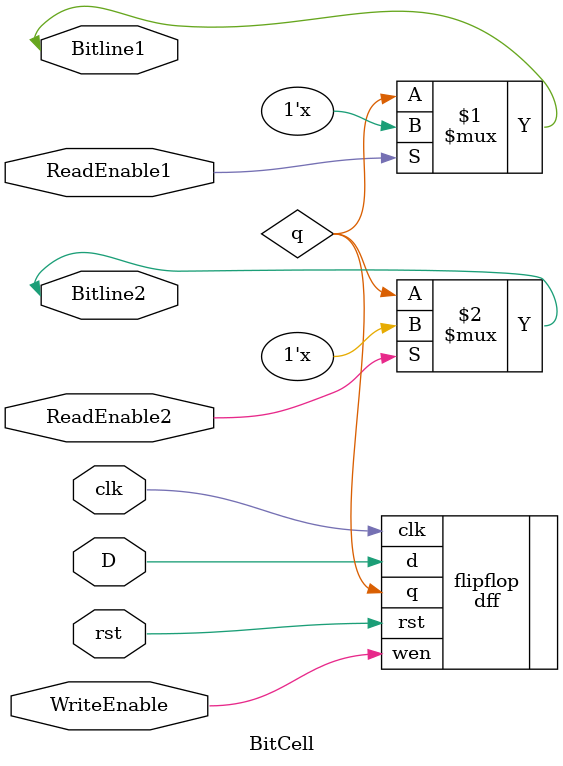
<source format=v>
module BitCell(clk, rst, D, WriteEnable, ReadEnable1, ReadEnable2, Bitline1, Bitline2);
	input clk;
	input rst;
	input D;
	input WriteEnable;
	input ReadEnable1;
	input ReadEnable2;
	inout Bitline1;
	inout Bitline2;
	
	wire q;
	
	dff flipflop(.q(q), .d(D), .wen(WriteEnable), .clk(clk), .rst(rst));
	assign Bitline1 = ReadEnable1 ? 1'bz : q;
	assign Bitline2 = ReadEnable2 ? 1'bz : q;
	
endmodule


</source>
